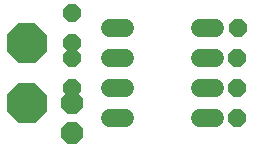
<source format=gbr>
G04 EAGLE Gerber RS-274X export*
G75*
%MOMM*%
%FSLAX34Y34*%
%LPD*%
%INSoldermask Top*%
%IPPOS*%
%AMOC8*
5,1,8,0,0,1.08239X$1,22.5*%
G01*
%ADD10P,1.951982X8X292.500000*%
%ADD11P,3.629037X8X22.500000*%
%ADD12C,1.524000*%
%ADD13P,1.649562X8X292.500000*%
%ADD14P,1.649562X8X112.500000*%
%ADD15P,1.649562X8X111.700000*%


D10*
X139700Y139700D03*
X139700Y114300D03*
D11*
X101600Y139700D03*
X101600Y190500D03*
D12*
X247396Y127000D02*
X260604Y127000D01*
X260604Y152400D02*
X247396Y152400D01*
X184404Y152400D02*
X171196Y152400D01*
X171196Y127000D02*
X184404Y127000D01*
X247396Y177800D02*
X260604Y177800D01*
X260604Y203200D02*
X247396Y203200D01*
X184404Y177800D02*
X171196Y177800D01*
X171196Y203200D02*
X184404Y203200D01*
D13*
X279400Y152400D03*
X279400Y127000D03*
D14*
X139700Y190500D03*
X139700Y215900D03*
X139700Y152400D03*
X139700Y177800D03*
D15*
X279223Y177801D03*
X279577Y203199D03*
M02*

</source>
